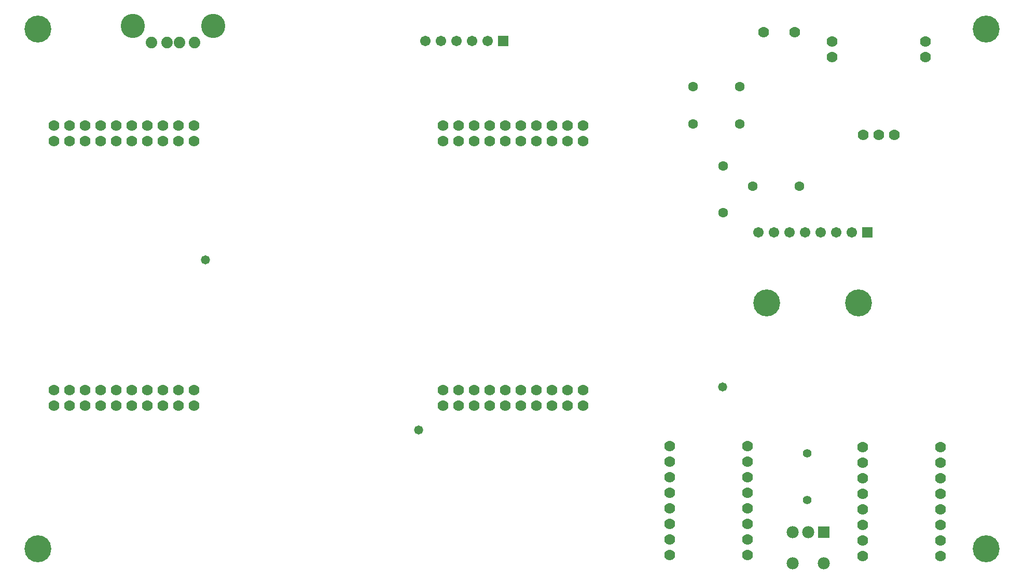
<source format=gbs>
G04*
G04 #@! TF.GenerationSoftware,Altium Limited,Altium Designer,20.0.9 (164)*
G04*
G04 Layer_Color=16711935*
%FSLAX25Y25*%
%MOIN*%
G70*
G01*
G75*
%ADD29C,0.07800*%
%ADD30R,0.07800X0.07800*%
%ADD31C,0.07000*%
%ADD32C,0.17300*%
%ADD33R,0.06706X0.06706*%
%ADD34C,0.06706*%
%ADD35C,0.06312*%
%ADD36C,0.07414*%
%ADD37C,0.15564*%
%ADD38C,0.05524*%
%ADD39C,0.05800*%
D29*
X504964Y10911D02*
D03*
X524964D02*
D03*
X504964Y30911D02*
D03*
X514964D02*
D03*
D30*
X524964D02*
D03*
D31*
X426000Y36000D02*
D03*
Y86000D02*
D03*
Y76000D02*
D03*
Y66000D02*
D03*
Y56000D02*
D03*
Y46000D02*
D03*
Y26000D02*
D03*
Y16000D02*
D03*
X476000Y36000D02*
D03*
Y86000D02*
D03*
Y76000D02*
D03*
Y66000D02*
D03*
Y56000D02*
D03*
Y46000D02*
D03*
Y26000D02*
D03*
Y16000D02*
D03*
X550500Y286000D02*
D03*
X560500D02*
D03*
X570500D02*
D03*
X530500Y336000D02*
D03*
X590500D02*
D03*
X530500Y346000D02*
D03*
X590500D02*
D03*
X486500Y352000D02*
D03*
X506500D02*
D03*
X280500Y282000D02*
D03*
X290500D02*
D03*
X310500D02*
D03*
X320500D02*
D03*
X330500D02*
D03*
X340500D02*
D03*
X350500D02*
D03*
X360500D02*
D03*
X370500D02*
D03*
X300500D02*
D03*
X280500Y292000D02*
D03*
X290500D02*
D03*
X310500D02*
D03*
X320500D02*
D03*
X330500D02*
D03*
X340500D02*
D03*
X350500D02*
D03*
X360500D02*
D03*
X370500D02*
D03*
X300500D02*
D03*
X280500Y112000D02*
D03*
X290500D02*
D03*
X310500D02*
D03*
X320500D02*
D03*
X330500D02*
D03*
X340500D02*
D03*
X350500D02*
D03*
X360500D02*
D03*
X370500D02*
D03*
X300500D02*
D03*
X280500Y122000D02*
D03*
X290500D02*
D03*
X310500D02*
D03*
X320500D02*
D03*
X330500D02*
D03*
X340500D02*
D03*
X350500D02*
D03*
X360500D02*
D03*
X370500D02*
D03*
X300500D02*
D03*
X30500Y282000D02*
D03*
X40500D02*
D03*
X60500D02*
D03*
X70500D02*
D03*
X80500D02*
D03*
X90500D02*
D03*
X100500D02*
D03*
X110500D02*
D03*
X120500D02*
D03*
X50500D02*
D03*
X30500Y292000D02*
D03*
X40500D02*
D03*
X60500D02*
D03*
X70500D02*
D03*
X80500D02*
D03*
X90500D02*
D03*
X100500D02*
D03*
X110500D02*
D03*
X120500D02*
D03*
X50500D02*
D03*
X30500Y112000D02*
D03*
X40500D02*
D03*
X60500D02*
D03*
X70500D02*
D03*
X80500D02*
D03*
X90500D02*
D03*
X100500D02*
D03*
X110500D02*
D03*
X120500D02*
D03*
X50500D02*
D03*
X30500Y122000D02*
D03*
X40500D02*
D03*
X60500D02*
D03*
X70500D02*
D03*
X80500D02*
D03*
X90500D02*
D03*
X100500D02*
D03*
X110500D02*
D03*
X120500D02*
D03*
X50500D02*
D03*
X550000Y35500D02*
D03*
Y85500D02*
D03*
Y75500D02*
D03*
Y65500D02*
D03*
Y55500D02*
D03*
Y45500D02*
D03*
Y25500D02*
D03*
Y15500D02*
D03*
X600000Y35500D02*
D03*
Y85500D02*
D03*
Y75500D02*
D03*
Y65500D02*
D03*
Y55500D02*
D03*
Y45500D02*
D03*
Y25500D02*
D03*
Y15500D02*
D03*
D32*
X547500Y178200D02*
D03*
X488400D02*
D03*
X629500Y354000D02*
D03*
X20000Y20000D02*
D03*
Y354000D02*
D03*
X629500Y20000D02*
D03*
D33*
X319000Y346500D02*
D03*
X553000Y223500D02*
D03*
D34*
X309000Y346500D02*
D03*
X299000D02*
D03*
X289000D02*
D03*
X279000D02*
D03*
X269000D02*
D03*
X543000Y223500D02*
D03*
X533000D02*
D03*
X523000D02*
D03*
X513000D02*
D03*
X503000D02*
D03*
X493000D02*
D03*
X483000D02*
D03*
D35*
X509500Y253000D02*
D03*
X479500D02*
D03*
X460500Y236000D02*
D03*
Y266000D02*
D03*
X471000Y293000D02*
D03*
X441000D02*
D03*
Y317000D02*
D03*
X471000D02*
D03*
D36*
X120700Y345500D02*
D03*
X110857D02*
D03*
X102983D02*
D03*
X93141D02*
D03*
D37*
X132787Y356169D02*
D03*
X81054D02*
D03*
D38*
X514500Y81500D02*
D03*
Y51500D02*
D03*
D39*
X264800Y96300D02*
D03*
X460000Y124000D02*
D03*
X127800Y205600D02*
D03*
M02*

</source>
